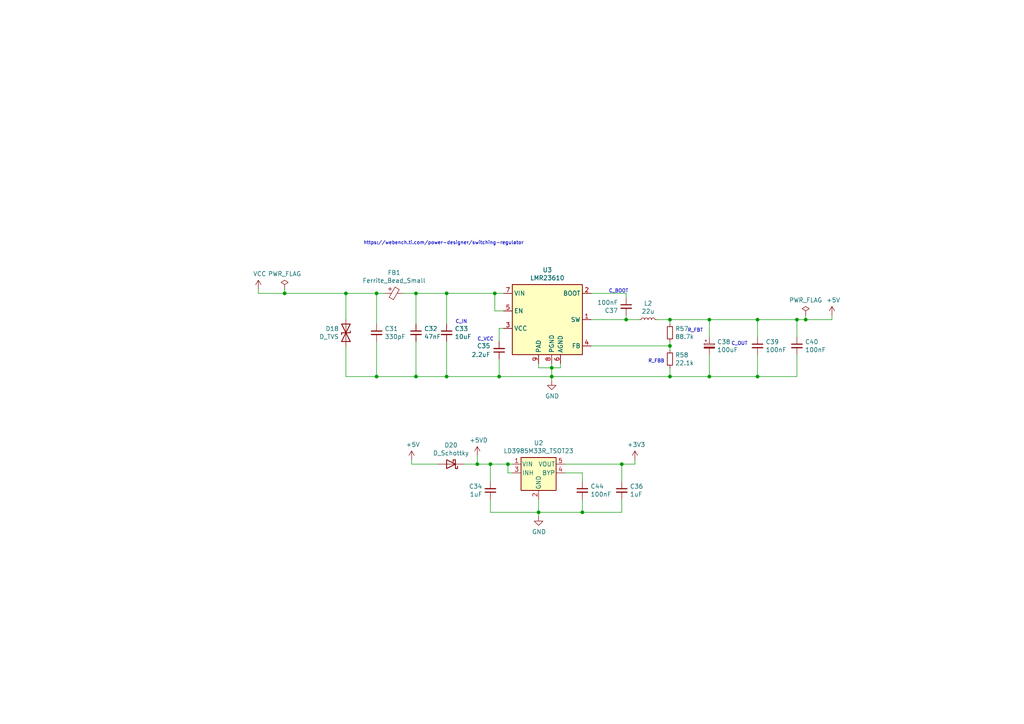
<source format=kicad_sch>
(kicad_sch (version 20231120) (generator "eeschema") (generator_version "8.0")
  (paper "A4")
  (title_block (title "Power Section"))
  (lib_symbols
    (symbol "BMS_LV_2022-rescue:+3.3V-power" (power) (pin_names (offset 0))
      (property "Value" "power_+3.3V" (at 0 3.556 0))
      (symbol "+3.3V-power_0_1"
        (polyline (pts (xy -0.762 1.27) (xy 0 2.54)))
        (polyline (pts (xy 0 0) (xy 0 2.54)))
        (polyline (pts (xy 0 2.54) (xy 0.762 1.27)))
      )
      (symbol "+3.3V-power_1_1"
        (pin power_in line (at 0 0 90) (length 0) hide (name "+3V3") (number "1"))
      )
    )
    (symbol "BMS_LV_2022-rescue:+5V-power" (power) (pin_names (offset 0))
      (property "Value" "power_+5V" (at 0 3.556 0))
      (symbol "+5V-power_0_1"
        (polyline (pts (xy -0.762 1.27) (xy 0 2.54)))
        (polyline (pts (xy 0 0) (xy 0 2.54)))
        (polyline (pts (xy 0 2.54) (xy 0.762 1.27)))
      )
      (symbol "+5V-power_1_1"
        (pin power_in line (at 0 0 90) (length 0) hide (name "+5V") (number "1"))
      )
    )
    (symbol "BMS_LV_2022-rescue:+5VD-power" (power) (pin_names (offset 0))
      (property "Value" "power_+5VD" (at 0 3.556 0))
      (symbol "+5VD-power_0_1"
        (polyline (pts (xy -0.762 1.27) (xy 0 2.54)))
        (polyline (pts (xy 0 0) (xy 0 2.54)))
        (polyline (pts (xy 0 2.54) (xy 0.762 1.27)))
      )
      (symbol "+5VD-power_1_1"
        (pin power_in line (at 0 0 90) (length 0) hide (name "+5VD") (number "1"))
      )
    )
    (symbol "BMS_LV_2022-rescue:CP_Small-Device" (pin_numbers hide) (pin_names (offset 0.254) hide)
      (property "Reference" "C" (at 0.254 1.778 0))
      (property "Value" "Device_CP_Small" (at 0.254 -2.032 0))
      (symbol "CP_Small-Device_0_1"
        (rectangle (start -1.524 -0.3048) (end 1.524 -0.6858) (fill (type outline)))
        (rectangle (start -1.524 0.6858) (end 1.524 0.3048))
        (polyline (pts (xy -1.27 1.524) (xy -0.762 1.524)))
        (polyline (pts (xy -1.016 1.27) (xy -1.016 1.778)))
      )
      (symbol "CP_Small-Device_1_1"
        (pin passive line (at 0 2.54 270) (length 1.8542) (name "~") (number "1"))
        (pin passive line (at 0 -2.54 90) (length 1.8542) (name "~") (number "2"))
      )
    )
    (symbol "BMS_LV_2022-rescue:GND-power" (power) (pin_names (offset 0))
      (property "Value" "power_GND" (at 0 -3.81 0))
      (symbol "GND-power_0_1"
        (polyline (pts (xy 0 0) (xy 0 -1.27) (xy 1.27 -1.27) (xy 0 -2.54) (xy -1.27 -1.27) (xy 0 -1.27)))
      )
      (symbol "GND-power_1_1"
        (pin power_in line (at 0 0 270) (length 0) hide (name "GND") (number "1"))
      )
    )
    (symbol "BMS_LV_2022-rescue:PWR_FLAG-power" (power) (pin_numbers hide) (pin_names (offset 0) hide)
      (property "Value" "power_PWR_FLAG" (at 0 3.81 0))
      (symbol "PWR_FLAG-power_0_0"
        (pin power_out line (at 0 0 90) (length 0) (name "pwr") (number "1"))
      )
      (symbol "PWR_FLAG-power_0_1"
        (polyline (pts (xy 0 0) (xy 0 1.27) (xy -1.016 1.905) (xy 0 2.54) (xy 1.016 1.905) (xy 0 1.27)))
      )
    )
    (symbol "BMS_LV_2022-rescue:VCC-power" (power) (pin_names (offset 0))
      (property "Value" "power_VCC" (at 0 3.81 0))
      (symbol "VCC-power_0_1"
        (polyline (pts (xy -0.762 1.27) (xy 0 2.54)))
        (polyline (pts (xy 0 0) (xy 0 2.54)))
        (polyline (pts (xy 0 2.54) (xy 0.762 1.27)))
      )
      (symbol "VCC-power_1_1"
        (pin power_in line (at 0 0 90) (length 0) hide (name "VCC") (number "1"))
      )
    )
    (symbol "Device:C_Small" (pin_numbers hide) (pin_names (offset 0.254) hide)
      (property "Reference" "C" (at 0.254 1.778 0))
      (property "Value" "C_Small" (at 0.254 -2.032 0))
      (symbol "C_Small_0_1"
        (polyline (pts (xy -1.524 -0.508) (xy 1.524 -0.508)) (stroke (width 0.3302)))
        (polyline (pts (xy -1.524 0.508) (xy 1.524 0.508)) (stroke (width 0.3048)))
      )
      (symbol "C_Small_1_1"
        (pin passive line (at 0 2.54 270) (length 2.032) (name "~") (number "1"))
        (pin passive line (at 0 -2.54 90) (length 2.032) (name "~") (number "2"))
      )
    )
    (symbol "Device:D_Schottky" (pin_numbers hide) (pin_names (offset 1.016) hide)
      (property "Reference" "D" (at 0 2.54 0))
      (property "Value" "D_Schottky" (at 0 -2.54 0))
      (symbol "D_Schottky_0_1"
        (polyline (pts (xy 1.27 0) (xy -1.27 0)))
        (polyline (pts (xy 1.27 1.27) (xy 1.27 -1.27) (xy -1.27 0) (xy 1.27 1.27)) (stroke (width 0.254)))
        (polyline (pts (xy -1.905 0.635) (xy -1.905 1.27) (xy -1.27 1.27) (xy -1.27 -1.27) (xy -0.635 -1.27) (xy -0.635 -0.635)) (stroke (width 0.254)))
      )
      (symbol "D_Schottky_1_1"
        (pin passive line (at -3.81 0 0) (length 2.54) (name "K") (number "1"))
        (pin passive line (at 3.81 0 180) (length 2.54) (name "A") (number "2"))
      )
    )
    (symbol "Device:D_TVS" (pin_numbers hide) (pin_names (offset 1.016) hide)
      (property "Reference" "D" (at 0 2.54 0))
      (property "Value" "D_TVS" (at 0 -2.54 0))
      (symbol "D_TVS_0_1"
        (polyline (pts (xy 1.27 0) (xy -1.27 0)))
        (polyline (pts (xy 0.508 1.27) (xy 0 1.27) (xy 0 -1.27) (xy -0.508 -1.27)) (stroke (width 0.254)))
        (polyline (pts (xy -2.54 1.27) (xy -2.54 -1.27) (xy 2.54 1.27) (xy 2.54 -1.27) (xy -2.54 1.27)) (stroke (width 0.254)))
      )
      (symbol "D_TVS_1_1"
        (pin passive line (at -3.81 0 0) (length 2.54) (name "A1") (number "1"))
        (pin passive line (at 3.81 0 180) (length 2.54) (name "A2") (number "2"))
      )
    )
    (symbol "Device:L_Small" (pin_numbers hide) (pin_names (offset 0.254) hide)
      (property "Reference" "L" (at 0.762 1.016 0))
      (property "Value" "L_Small" (at 0.762 -1.016 0))
      (symbol "L_Small_0_1"
        (arc (start 0 -2.032) (mid 0.5058 -1.524) (end 0 -1.016))
        (arc (start 0 -1.016) (mid 0.5058 -0.508) (end 0 0))
        (arc (start 0 0) (mid 0.5058 0.508) (end 0 1.016))
        (arc (start 0 1.016) (mid 0.5058 1.524) (end 0 2.032))
      )
      (symbol "L_Small_1_1"
        (pin passive line (at 0 2.54 270) (length 0.508) (name "~") (number "1"))
        (pin passive line (at 0 -2.54 90) (length 0.508) (name "~") (number "2"))
      )
    )
    (symbol "Device:R_Small" (pin_numbers hide) (pin_names (offset 0.254) hide)
      (property "Reference" "R" (at 0.762 0.508 0))
      (property "Value" "R_Small" (at 0.762 -1.016 0))
      (symbol "R_Small_0_1"
        (rectangle (start -0.762 1.778) (end 0.762 -1.778) (stroke (width 0.2032)))
      )
      (symbol "R_Small_1_1"
        (pin passive line (at 0 2.54 270) (length 0.762) (name "~") (number "1"))
        (pin passive line (at 0 -2.54 90) (length 0.762) (name "~") (number "2"))
      )
    )
    (symbol "FerriteBead:Ferrite_Bead_Small" (pin_numbers hide) (pin_names (offset 0))
      (property "Reference" "FB" (at 1.905 1.27 0))
      (property "Value" "Ferrite_Bead_Small" (at 1.905 -1.27 0))
      (symbol "Ferrite_Bead_Small_0_0"
        (text "+" (at -1.27 -1.27 0) (effects (font (size 1.27 1.27))))
      )
      (symbol "Ferrite_Bead_Small_0_1"
        (polyline (pts (xy 0 -1.27) (xy 0 -0.7874)))
        (polyline (pts (xy 0 0.889) (xy 0 1.2954)))
        (polyline (pts (xy -1.8288 0.2794) (xy -1.1176 1.4986) (xy 1.8288 -0.2032) (xy 1.1176 -1.4224) (xy -1.8288 0.2794)))
      )
      (symbol "Ferrite_Bead_Small_1_1"
        (pin power_out line (at 0 2.54 270) (length 1.27) (name "~") (number "1"))
        (pin power_in line (at 0 -2.54 90) (length 1.27) (name "~") (number "2"))
      )
    )
    (symbol "LMR23610:LMR23610"
      (property "Reference" "U" (at -2.54 11.43 0))
      (property "Value" "LMR23610" (at -2.54 8.89 0))
      (symbol "LMR23610_0_1"
        (rectangle (start -10.16 7.62) (end 10.16 -12.7) (stroke (width 0.254)) (fill (type background)))
      )
      (symbol "LMR23610_1_1"
        (pin output line (at 12.7 -2.54 180) (length 2.54) (name "SW") (number "1"))
        (pin input line (at 12.7 5.08 180) (length 2.54) (name "BOOT") (number "2"))
        (pin power_out line (at -12.7 -5.08 0) (length 2.54) (name "VCC") (number "3"))
        (pin input line (at 12.7 -10.16 180) (length 2.54) (name "FB") (number "4"))
        (pin input line (at -12.7 0 0) (length 2.54) (name "EN") (number "5"))
        (pin power_in line (at 3.81 -15.24 90) (length 2.54) (name "AGND") (number "6"))
        (pin power_in line (at -12.7 5.08 0) (length 2.54) (name "VIN") (number "7"))
        (pin power_in line (at 1.27 -15.24 90) (length 2.54) (name "PGND") (number "8"))
        (pin passive line (at -2.54 -15.24 90) (length 2.54) (name "PAD") (number "9"))
      )
    )
    (symbol "Regulator_Linear:LD3985G18R_TSOT23" (pin_names (offset 0.254))
      (property "Reference" "U" (at -4.064 5.588 0))
      (property "Value" "LD3985G18R_TSOT23" (at 0 5.588 0))
      (symbol "LD3985G18R_TSOT23_0_1"
        (rectangle (start -5.08 4.445) (end 5.08 -5.08) (stroke (width 0.254)) (fill (type background)))
      )
      (symbol "LD3985G18R_TSOT23_1_1"
        (pin power_in line (at -7.62 2.54 0) (length 2.54) (name "VIN") (number "1"))
        (pin power_in line (at 0 -7.62 90) (length 2.54) (name "GND") (number "2"))
        (pin input line (at -7.62 0 0) (length 2.54) (name "INH") (number "3"))
        (pin input line (at 7.62 0 180) (length 2.54) (name "BYP") (number "4"))
        (pin power_out line (at 7.62 2.54 180) (length 2.54) (name "VOUT") (number "5"))
      )
    )
  )
  (junction (at 194.31 100.33))
  (junction (at 233.68 92.71))
  (junction (at 219.71 109.22))
  (junction (at 194.31 92.71))
  (junction (at 205.74 109.22))
  (junction (at 160.02 106.68))
  (junction (at 160.02 109.22))
  (junction (at 194.31 109.22))
  (junction (at 231.14 92.71))
  (junction (at 100.33 85.09))
  (junction (at 120.65 85.09))
  (junction (at 129.54 109.22))
  (junction (at 168.91 148.59))
  (junction (at 109.22 109.22))
  (junction (at 181.61 92.71))
  (junction (at 138.43 134.62))
  (junction (at 156.21 148.59))
  (junction (at 144.78 109.22))
  (junction (at 205.74 92.71))
  (junction (at 180.34 134.62))
  (junction (at 82.55 85.09))
  (junction (at 147.32 134.62))
  (junction (at 120.65 109.22))
  (junction (at 143.51 85.09))
  (junction (at 129.54 85.09))
  (junction (at 219.71 92.71))
  (junction (at 142.24 134.62))
  (junction (at 109.22 85.09))
  (wire (pts (xy 160.02 109.22) (xy 194.31 109.22)))
  (wire (pts (xy 231.14 92.71) (xy 219.71 92.71)))
  (wire (pts (xy 120.65 99.06) (xy 120.65 109.22)))
  (wire (pts (xy 109.22 109.22) (xy 120.65 109.22)))
  (wire (pts (xy 74.93 85.09) (xy 74.93 83.82)))
  (wire (pts (xy 231.14 97.79) (xy 231.14 92.71)))
  (wire (pts (xy 160.02 106.68) (xy 160.02 109.22)))
  (wire (pts (xy 156.21 148.59) (xy 168.91 148.59)))
  (wire (pts (xy 194.31 92.71) (xy 205.74 92.71)))
  (wire (pts (xy 119.38 134.62) (xy 127 134.62)))
  (wire (pts (xy 180.34 148.59) (xy 180.34 144.78)))
  (wire (pts (xy 205.74 92.71) (xy 219.71 92.71)))
  (wire (pts (xy 181.61 92.71) (xy 181.61 91.44)))
  (wire (pts (xy 231.14 92.71) (xy 233.68 92.71)))
  (wire (pts (xy 109.22 85.09) (xy 111.76 85.09)))
  (wire (pts (xy 142.24 148.59) (xy 156.21 148.59)))
  (wire (pts (xy 134.62 134.62) (xy 138.43 134.62)))
  (wire (pts (xy 129.54 99.06) (xy 129.54 109.22)))
  (wire (pts (xy 180.34 134.62) (xy 180.34 139.7)))
  (wire (pts (xy 181.61 92.71) (xy 185.42 92.71)))
  (wire (pts (xy 100.33 109.22) (xy 109.22 109.22)))
  (wire (pts (xy 194.31 109.22) (xy 205.74 109.22)))
  (wire (pts (xy 143.51 90.17) (xy 143.51 85.09)))
  (wire (pts (xy 82.55 83.82) (xy 82.55 85.09)))
  (wire (pts (xy 144.78 95.25) (xy 144.78 99.06)))
  (wire (pts (xy 138.43 134.62) (xy 138.43 132.08)))
  (wire (pts (xy 129.54 85.09) (xy 129.54 93.98)))
  (wire (pts (xy 147.32 137.16) (xy 147.32 134.62)))
  (wire (pts (xy 109.22 99.06) (xy 109.22 109.22)))
  (wire (pts (xy 205.74 102.87) (xy 205.74 109.22)))
  (wire (pts (xy 241.3 92.71) (xy 241.3 91.44)))
  (wire (pts (xy 163.83 134.62) (xy 180.34 134.62)))
  (wire (pts (xy 156.21 106.68) (xy 160.02 106.68)))
  (wire (pts (xy 116.84 85.09) (xy 120.65 85.09)))
  (wire (pts (xy 168.91 148.59) (xy 180.34 148.59)))
  (wire (pts (xy 171.45 85.09) (xy 181.61 85.09)))
  (wire (pts (xy 180.34 134.62) (xy 184.15 134.62)))
  (wire (pts (xy 160.02 109.22) (xy 144.78 109.22)))
  (wire (pts (xy 146.05 95.25) (xy 144.78 95.25)))
  (wire (pts (xy 100.33 100.33) (xy 100.33 109.22)))
  (wire (pts (xy 219.71 92.71) (xy 219.71 97.79)))
  (wire (pts (xy 160.02 105.41) (xy 160.02 106.68)))
  (wire (pts (xy 160.02 106.68) (xy 162.56 106.68)))
  (wire (pts (xy 146.05 90.17) (xy 143.51 90.17)))
  (wire (pts (xy 146.05 85.09) (xy 143.51 85.09)))
  (wire (pts (xy 100.33 85.09) (xy 100.33 92.71)))
  (wire (pts (xy 233.68 92.71) (xy 241.3 92.71)))
  (wire (pts (xy 142.24 134.62) (xy 142.24 139.7)))
  (wire (pts (xy 194.31 92.71) (xy 190.5 92.71)))
  (wire (pts (xy 100.33 85.09) (xy 109.22 85.09)))
  (wire (pts (xy 156.21 105.41) (xy 156.21 106.68)))
  (wire (pts (xy 205.74 92.71) (xy 205.74 97.79)))
  (wire (pts (xy 74.93 85.09) (xy 82.55 85.09)))
  (wire (pts (xy 156.21 144.78) (xy 156.21 148.59)))
  (wire (pts (xy 184.15 134.62) (xy 184.15 133.35)))
  (wire (pts (xy 219.71 102.87) (xy 219.71 109.22)))
  (wire (pts (xy 144.78 104.14) (xy 144.78 109.22)))
  (wire (pts (xy 219.71 109.22) (xy 231.14 109.22)))
  (wire (pts (xy 168.91 144.78) (xy 168.91 148.59)))
  (wire (pts (xy 194.31 93.98) (xy 194.31 92.71)))
  (wire (pts (xy 109.22 85.09) (xy 109.22 93.98)))
  (wire (pts (xy 162.56 106.68) (xy 162.56 105.41)))
  (wire (pts (xy 148.59 134.62) (xy 147.32 134.62)))
  (wire (pts (xy 120.65 85.09) (xy 129.54 85.09)))
  (wire (pts (xy 181.61 85.09) (xy 181.61 86.36)))
  (wire (pts (xy 156.21 148.59) (xy 156.21 149.86)))
  (wire (pts (xy 119.38 134.62) (xy 119.38 133.35)))
  (wire (pts (xy 233.68 91.44) (xy 233.68 92.71)))
  (wire (pts (xy 143.51 85.09) (xy 129.54 85.09)))
  (wire (pts (xy 120.65 109.22) (xy 129.54 109.22)))
  (wire (pts (xy 142.24 144.78) (xy 142.24 148.59)))
  (wire (pts (xy 148.59 137.16) (xy 147.32 137.16)))
  (wire (pts (xy 194.31 99.06) (xy 194.31 100.33)))
  (wire (pts (xy 168.91 137.16) (xy 168.91 139.7)))
  (wire (pts (xy 194.31 106.68) (xy 194.31 109.22)))
  (wire (pts (xy 129.54 109.22) (xy 144.78 109.22)))
  (wire (pts (xy 138.43 134.62) (xy 142.24 134.62)))
  (wire (pts (xy 219.71 109.22) (xy 205.74 109.22)))
  (wire (pts (xy 171.45 92.71) (xy 181.61 92.71)))
  (wire (pts (xy 194.31 100.33) (xy 194.31 101.6)))
  (wire (pts (xy 82.55 85.09) (xy 100.33 85.09)))
  (wire (pts (xy 171.45 100.33) (xy 194.31 100.33)))
  (wire (pts (xy 120.65 85.09) (xy 120.65 93.98)))
  (wire (pts (xy 142.24 134.62) (xy 147.32 134.62)))
  (wire (pts (xy 231.14 109.22) (xy 231.14 102.87)))
  (wire (pts (xy 160.02 109.22) (xy 160.02 110.49)))
  (wire (pts (xy 163.83 137.16) (xy 168.91 137.16)))
  (text "C_BOOT" (at 176.53 85.09 0) (effects (font (size 0.9906 0.9906)) (justify left bottom)))
  (text "https://webench.ti.com/power-designer/switching-regulator" (at 105.41 71.12 0) (effects (font (size 0.9906 0.9906)) (justify left bottom)))
  (text "C_IN" (at 132.08 93.98 0) (effects (font (size 0.9906 0.9906)) (justify left bottom)))
  (text "R_FBB\n" (at 187.96 105.41 0) (effects (font (size 0.9906 0.9906)) (justify left bottom)))
  (text "R_FBT" (at 199.39 96.52 0) (effects (font (size 0.9906 0.9906)) (justify left bottom)))
  (text "C_VCC" (at 138.43 99.06 0) (effects (font (size 0.9906 0.9906)) (justify left bottom)))
  (text "C_OUT" (at 212.09 100.33 0) (effects (font (size 0.9906 0.9906)) (justify left bottom)))
  (symbol (lib_id "Device:D_TVS") (at 100.33 96.52 270) (mirror x) (unit 1)
    (property "Reference" "D18" (at 98.298 95.3516 90) (effects (justify right)))
    (property "Value" "D_TVS" (at 98.298 97.663 90) (effects (justify right)))
    (property "Footprint" "Diode_SMD:D_SMB" (effects (hide yes)))
  )
  (symbol (lib_id "FerriteBead:Ferrite_Bead_Small") (at 114.3 85.09 270) (unit 1)
    (property "Reference" "FB1" (at 114.3 79.0702 90))
    (property "Value" "Ferrite_Bead_Small" (at 114.3 81.3816 90))
    (property "Footprint" "Inductor_SMD:L_0603_1608Metric" (effects (hide yes)))
  )
  (symbol (lib_id "Device:C_Small") (at 231.14 100.33 0) (unit 1)
    (property "Reference" "C40" (at 233.4768 99.1616 0) (effects (justify left)))
    (property "Value" "100nF" (at 233.4768 101.473 0) (effects (justify left)))
    (property "Footprint" "Capacitor_SMD:C_0603_1608Metric" (effects (hide yes)))
  )
  (symbol (lib_id "Device:C_Small") (at 219.71 100.33 0) (unit 1)
    (property "Reference" "C39" (at 222.0468 99.1616 0) (effects (justify left)))
    (property "Value" "100nF" (at 222.0468 101.473 0) (effects (justify left)))
    (property "Footprint" "Capacitor_SMD:C_0603_1608Metric" (effects (hide yes)))
  )
  (symbol (lib_id "Regulator_Linear:LD3985G18R_TSOT23") (at 156.21 137.16 0) (unit 1)
    (property "Reference" "U2" (at 156.21 128.4732 0))
    (property "Value" "LD3985M33R_TSOT23" (at 156.21 130.7846 0))
    (property "Footprint" "Package_TO_SOT_SMD:TSOT-23-5" (effects (hide yes)))
    (property "Datasheet" "https://pdf1.alldatasheet.com/datasheet-pdf/view/85510/STMICROELECTRONICS/LD3985M33R.html" (effects (hide yes)))
    (property "Part Number" "LDS3985M33R" (effects (hide yes)))
  )
  (symbol (lib_id "Device:C_Small") (at 168.91 142.24 0) (unit 1)
    (property "Reference" "C44" (at 171.2468 141.0716 0) (effects (justify left)))
    (property "Value" "100nF" (at 171.2468 143.383 0) (effects (justify left)))
    (property "Footprint" "Capacitor_SMD:C_0603_1608Metric" (effects (hide yes)))
  )
  (symbol (lib_id "Device:C_Small") (at 120.65 96.52 0) (unit 1)
    (property "Reference" "C32" (at 122.9868 95.3516 0) (effects (justify left)))
    (property "Value" "47nF" (at 122.9868 97.663 0) (effects (justify left)))
    (property "Footprint" "Capacitor_SMD:C_0603_1608Metric" (effects (hide yes)))
  )
  (symbol (lib_id "Device:C_Small") (at 109.22 96.52 0) (unit 1)
    (property "Reference" "C31" (at 111.5568 95.3516 0) (effects (justify left)))
    (property "Value" "330pF" (at 111.5568 97.663 0) (effects (justify left)))
    (property "Footprint" "Capacitor_SMD:C_0603_1608Metric" (effects (hide yes)))
  )
  (symbol (lib_id "Device:D_Schottky") (at 130.81 134.62 180) (unit 1)
    (property "Reference" "D20" (at 130.81 129.1082 0))
    (property "Value" "D_Schottky" (at 130.81 131.4196 0))
    (property "Footprint" "Diode_SMD:D_SOD-123" (effects (hide yes)))
    (property "Part Number" "SD103BW" (effects (hide yes)))
  )
  (symbol (lib_id "Device:C_Small") (at 180.34 142.24 0) (unit 1)
    (property "Reference" "C36" (at 182.6768 141.0716 0) (effects (justify left)))
    (property "Value" "1uF" (at 182.6768 143.383 0) (effects (justify left)))
    (property "Footprint" "Capacitor_SMD:C_0603_1608Metric" (effects (hide yes)))
  )
  (symbol (lib_id "Device:C_Small") (at 142.24 142.24 0) (mirror x) (unit 1)
    (property "Reference" "C34" (at 139.9032 141.0716 0) (effects (justify right)))
    (property "Value" "1uF" (at 139.9032 143.383 0) (effects (justify right)))
    (property "Footprint" "Capacitor_SMD:C_0603_1608Metric" (effects (hide yes)))
  )
  (symbol (lib_id "BMS_LV_2022-rescue:+3.3V-power") (at 184.15 133.35 0) (unit 1)
    (property "Reference" "#PWR045" (effects (hide yes)))
    (property "Value" "+3V3" (at 184.531 128.9558 0))
  )
  (symbol (lib_id "BMS_LV_2022-rescue:+5V-power") (at 119.38 133.35 0) (unit 1)
    (property "Reference" "#PWR041" (effects (hide yes)))
    (property "Value" "+5V" (at 119.761 128.9558 0))
  )
  (symbol (lib_id "BMS_LV_2022-rescue:GND-power") (at 156.21 149.86 0) (unit 1)
    (property "Reference" "#PWR043" (effects (hide yes)))
    (property "Value" "GND" (at 156.337 154.2542 0))
  )
  (symbol (lib_id "BMS_LV_2022-rescue:PWR_FLAG-power") (at 82.55 83.82 0) (unit 1)
    (property "Reference" "#FLG0104" (effects (hide yes)))
    (property "Value" "PWR_FLAG" (at 82.55 79.4258 0))
  )
  (symbol (lib_id "BMS_LV_2022-rescue:PWR_FLAG-power") (at 233.68 91.44 0) (unit 1)
    (property "Reference" "#FLG0105" (effects (hide yes)))
    (property "Value" "PWR_FLAG" (at 233.68 87.0458 0))
  )
  (symbol (lib_id "BMS_LV_2022-rescue:+5VD-power") (at 138.43 132.08 0) (unit 1)
    (property "Reference" "#PWR042" (effects (hide yes)))
    (property "Value" "+5VD" (at 138.811 127.6858 0))
  )
  (symbol (lib_id "LMR23610:LMR23610") (at 158.75 90.17 0) (unit 1)
    (property "Reference" "U3" (at 158.75 78.3082 0))
    (property "Value" "LMR23610" (at 158.75 80.6196 0))
    (property "Footprint" "Package_SO:Texas_HSOP-8-1EP_3.9x4.9mm_P1.27mm_ThermalVias" (effects (hide yes)))
    (property "Datasheet" "https://www.ti.com/lit/ds/symlink/lmr23610.pdf?HQS=dis-mous-null-mousermode-dsf-pf-null-wwe&ts=1638126307169&ref_url=https%253A%252F%252Fpl.mouser.com%252F" (effects (hide yes)))
    (instances (project "BMS_LV_2022" (path "" (reference "U3") (unit 1)) (path "" (reference "U?") (unit 1))))
  )
  (symbol (lib_id "Device:C_Small") (at 181.61 88.9 0) (unit 1)
    (property "Reference" "C37" (at 179.2732 90.0684 0) (effects (justify right)))
    (property "Value" "100nF" (at 179.2732 87.757 0) (effects (justify right)))
    (property "Footprint" "Capacitor_SMD:C_0603_1608Metric" (effects (hide yes)))
  )
  (symbol (lib_id "Device:L_Small") (at 187.96 92.71 90) (unit 1)
    (property "Reference" "L2" (at 187.96 88.011 90))
    (property "Value" "22u" (at 187.96 90.3224 90))
    (property "Footprint" "Inductor_SMD:L_7.3x7.3_H4.5" (effects (hide yes)))
    (property "Part Number" "7447779122" (effects (hide yes)))
  )
  (symbol (lib_id "Device:R_Small") (at 194.31 96.52 0) (unit 1)
    (property "Reference" "R57" (at 195.8086 95.3516 0) (effects (justify left)))
    (property "Value" "88.7k" (at 195.8086 97.663 0) (effects (justify left)))
    (property "Footprint" "Resistor_SMD:R_0603_1608Metric" (effects (hide yes)))
  )
  (symbol (lib_id "Device:R_Small") (at 194.31 104.14 180) (unit 1)
    (property "Reference" "R58" (at 195.8086 102.9716 0) (effects (justify right)))
    (property "Value" "22.1k" (at 195.8086 105.283 0) (effects (justify right)))
    (property "Footprint" "Resistor_SMD:R_0603_1608Metric" (effects (hide yes)))
  )
  (symbol (lib_id "BMS_LV_2022-rescue:+5V-power") (at 241.3 91.44 0) (unit 1)
    (property "Reference" "#PWR046" (effects (hide yes)))
    (property "Value" "+5V" (at 241.681 87.0458 0))
  )
  (symbol (lib_id "Device:C_Small") (at 144.78 101.6 180) (unit 1)
    (property "Reference" "C35" (at 142.24 100.33 0) (effects (justify left)))
    (property "Value" "2.2uF" (at 142.24 102.87 0) (effects (justify left)))
    (property "Footprint" "Capacitor_SMD:C_0603_1608Metric" (effects (hide yes)))
  )
  (symbol (lib_id "Device:C_Small") (at 129.54 96.52 0) (unit 1)
    (property "Reference" "C33" (at 131.8768 95.3516 0) (effects (justify left)))
    (property "Value" "10uF" (at 131.8768 97.663 0) (effects (justify left)))
    (property "Footprint" "Capacitor_SMD:C_0603_1608Metric" (effects (hide yes)))
  )
  (symbol (lib_id "BMS_LV_2022-rescue:GND-power") (at 160.02 110.49 0) (unit 1)
    (property "Reference" "#PWR044" (effects (hide yes)))
    (property "Value" "GND" (at 160.147 114.8842 0))
  )
  (symbol (lib_id "BMS_LV_2022-rescue:CP_Small-Device") (at 205.74 100.33 0) (unit 1)
    (property "Reference" "C38" (at 207.9752 99.1616 0) (effects (justify left)))
    (property "Value" "100uF" (at 207.9752 101.473 0) (effects (justify left)))
    (property "Footprint" "Capacitor_Tantalum_SMD:CP_EIA-6032-28_Kemet-C" (effects (hide yes)))
    (property "Part Number" "TPSC107K010R0100" (effects (hide yes)))
  )
  (symbol (lib_id "BMS_LV_2022-rescue:VCC-power") (at 74.93 83.82 0) (unit 1)
    (property "Reference" "#PWR040" (effects (hide yes)))
    (property "Value" "VCC" (at 75.311 79.4258 0))
  )
)
</source>
